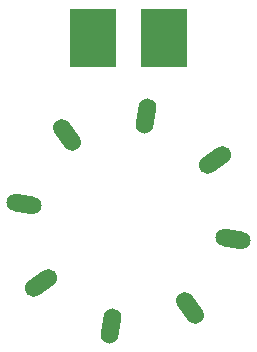
<source format=gbr>
%TF.GenerationSoftware,KiCad,Pcbnew,7.0.10*%
%TF.CreationDate,2024-04-17T21:09:22+12:00*%
%TF.ProjectId,MOTOR_TERMINAL_BREAKOUT_25mm,4d4f544f-525f-4544-9552-4d494e414c5f,v1.2*%
%TF.SameCoordinates,Original*%
%TF.FileFunction,Soldermask,Bot*%
%TF.FilePolarity,Negative*%
%FSLAX46Y46*%
G04 Gerber Fmt 4.6, Leading zero omitted, Abs format (unit mm)*
G04 Created by KiCad (PCBNEW 7.0.10) date 2024-04-17 21:09:22*
%MOMM*%
%LPD*%
G01*
G04 APERTURE LIST*
G04 Aperture macros list*
%AMHorizOval*
0 Thick line with rounded ends*
0 $1 width*
0 $2 $3 position (X,Y) of the first rounded end (center of the circle)*
0 $4 $5 position (X,Y) of the second rounded end (center of the circle)*
0 Add line between two ends*
20,1,$1,$2,$3,$4,$5,0*
0 Add two circle primitives to create the rounded ends*
1,1,$1,$2,$3*
1,1,$1,$4,$5*%
G04 Aperture macros list end*
%ADD10R,4.000000X5.000000*%
%ADD11HorizOval,1.500000X0.611573X0.434141X-0.611573X-0.434141X0*%
%ADD12HorizOval,1.500000X-0.434141X0.611573X0.434141X-0.611573X0*%
%ADD13HorizOval,1.500000X-0.739497X0.125077X0.739497X-0.125077X0*%
%ADD14HorizOval,1.500000X0.125077X0.739497X-0.125077X-0.739497X0*%
G04 APERTURE END LIST*
D10*
%TO.C,N2*%
X223000000Y-134500000D03*
%TD*%
D11*
%TO.C,M6*%
X227340000Y-144790000D03*
%TD*%
D10*
%TO.C,N1*%
X217000000Y-134500000D03*
%TD*%
D12*
%TO.C,M3*%
X214790000Y-142660000D03*
%TD*%
D13*
%TO.C,M2*%
X211130000Y-148500000D03*
%TD*%
D11*
%TO.C,M4*%
X212570000Y-155210000D03*
%TD*%
D12*
%TO.C,M5*%
X225210000Y-157340000D03*
%TD*%
D14*
%TO.C,M1*%
X221500000Y-141130000D03*
%TD*%
%TO.C,M7*%
X218500000Y-158870000D03*
%TD*%
D13*
%TO.C,M8*%
X228870000Y-151500000D03*
%TD*%
M02*

</source>
